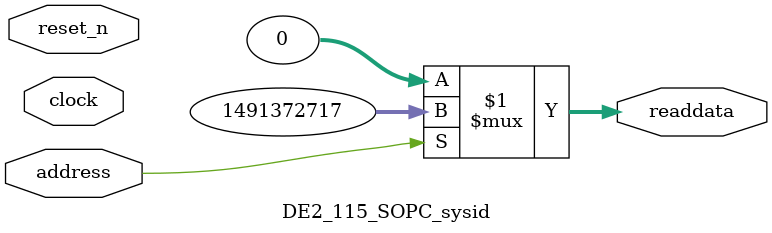
<source format=v>

`timescale 1ns / 1ps
// synthesis translate_on

// turn off superfluous verilog processor warnings 
// altera message_level Level1 
// altera message_off 10034 10035 10036 10037 10230 10240 10030 

module DE2_115_SOPC_sysid (
               // inputs:
                address,
                clock,
                reset_n,

               // outputs:
                readdata
             )
;

  output  [ 31: 0] readdata;
  input            address;
  input            clock;
  input            reset_n;

  wire    [ 31: 0] readdata;
  //control_slave, which is an e_avalon_slave
  assign readdata = address ? 1491372717 : 0;

endmodule




</source>
